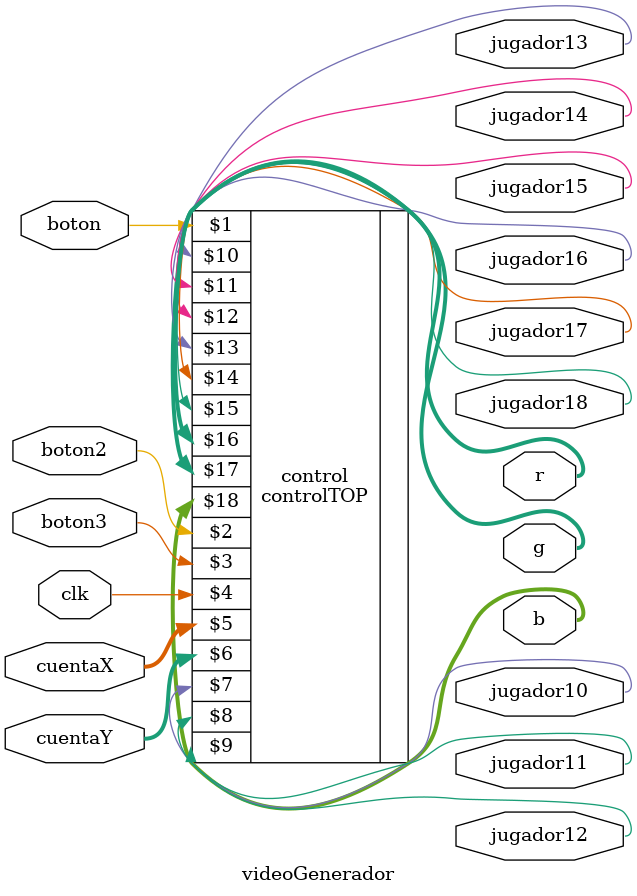
<source format=sv>
module videoGenerador(input logic boton,boton2,boton3,//boton4,
							 input logic clk, // clock de 60 Hz pues se instancia con el clock de V_SYNC...
							 input logic [9:0]cuentaX,cuentaY,
							 output logic jugador10,jugador11,jugador12,jugador13,jugador14,jugador15,jugador16,jugador17,jugador18,//output_gano,
							 //output logic [1:0] gano,
							 output logic [7:0] r,g,b);
							 
		logic inrect1,visible_sprite1,visible_sprite2,lineas1;
		
		
		logic [3:0] contador;
		
		//logic [23:0] rgb1, rgb2;
		
		
		
		controlTOP control (boton,boton2,boton3,clk,cuentaX,cuentaY,jugador10,jugador11,jugador12,jugador13,jugador14,jugador15,jugador16,jugador17,jugador18,r,g,b);
		
		
		
		
		
		//chargenrom chargerenromb (cuentaY[8:3]+8'd120, cuentaX[2:0],cuentaY[2:0],pixel);
		
		//logic  linea1, linea2, linea3, linea4;
		
		
		/*
		rectgen seleccionador (clk,boton,boton3,cuentaX,cuentaY,0,130,180,140,inrect1,contador);
		
		
		
		muxSeleccionador muxSel (clk, cuentaX, cuentaY, visible_sprite, rgb);
		
		sprite_Rick Jugador1 (clk, cuentaX,cuentaY,90,90,rgb1,visible_sprite1);
		
		sprite_Morty Jugador2 (clk, cuentaX, cuentaY, 180,90,rgb2,visible_sprite2);
		
		*/
		
		//lineas CuatroLineas (cuentaX,cuentaY,lineas1);
		
		
		
		
		//mux4a1 mux41 (rgb1, rgb2,inrect1,visible_sprite1,visible_sprite2,lineas1, r,g,b);
		
		
		//sprite_top spriteTop (clk, cuentaX,cuentaY, 90,90,rgb,visible_sprite);
		
		
		
		//assign linea1 = ((cuentaX > 213) & (cuentaX < 229) | (cuentaX > 426) & (cuentaX < 442) | (cuentaY > 160) & (cuentaY < 176) | (cuentaY > 320) & (cuentaY < 336))? 1:0;
		
		
		
		
		
		//assign r = out_mux[23:16];
		
		//assign g = out_mux[15:8];
		
		//assign b = out_mux[7:0];
		
		
		
		//assign {g,b} = (cuentaY[3] == 0) ? {{8{pixel}},8'h00}:{8'h00,{8{pixel}}};
		
		//assign g = inrect          ? 8'hFF              :8'h00;
		//assign r = {8{inrect}};
		
		//assign r = {8{inrect}};
		
	 //logic sq_a, sq_b, sq_c, sq_d;
    //assign sq_a = ((cuentaX > 120) & (cuentaY >  40) & (cuentaX < 280) & (cuentaY < 200)) ? 1 : 0;
    //assign sq_b = ((cuentaX > 200) & (cuentaY > 120) & (cuentaX < 360) & (cuentaY < 280)) ? 1 : 0;
    //assign sq_c = ((cuentaX > 280) & (cuentaY > 200) & (cuentaX < 440) & (cuentaY < 360)) ? 1 : 0;
    //assign sq_d = ((cuentaX > 360) & (cuentaY > 280) & (cuentaX < 520) & (cuentaY < 440)) ? 1 : 0;
	 
	 //logic [11:0] linea1, linea2, linea3, linea4;
	 //logic linea1;
	 //logic sq_a;
	 
	 //assign linea1 = ((cuentaX > 213) & (cuentaX < 229) | (cuentaX > 426) & (cuentaX < 442) | (cuentaY > 160) & (cuentaY < 176) | (cuentaY > 320) & (cuentaY < 336))? 0:1;
	 
	 //botonMove #(.DER_INICIAL(0), .IZQ_INICIAL(100), .UP_INICIAL(100), .DOWN_INICIAL(150)) bM (.clk(clk), .move(boton), .borde_izq(linea1), .borde_der(linea2), .borde_up(linea3), .borde_down(linea4));
						 
	 //assign sq_a = ((cuentaX > linea1) & (cuentaX < linea2) & (cuentaY > linea3) & (cuentaY < linea4))? 1:0;
	 
	 
	 //assign r = {8{sq_a}};
	 //assign g = {8{1'b0}};
	 //assign b = {8{1'b0}};
    //assign r = {8{sq_b}};         // square b is red
    //assign g = {8{sq_a | sq_d}};  // squares a and d are green
    //assign b = {8{sq_c}};  
		
		
endmodule

</source>
